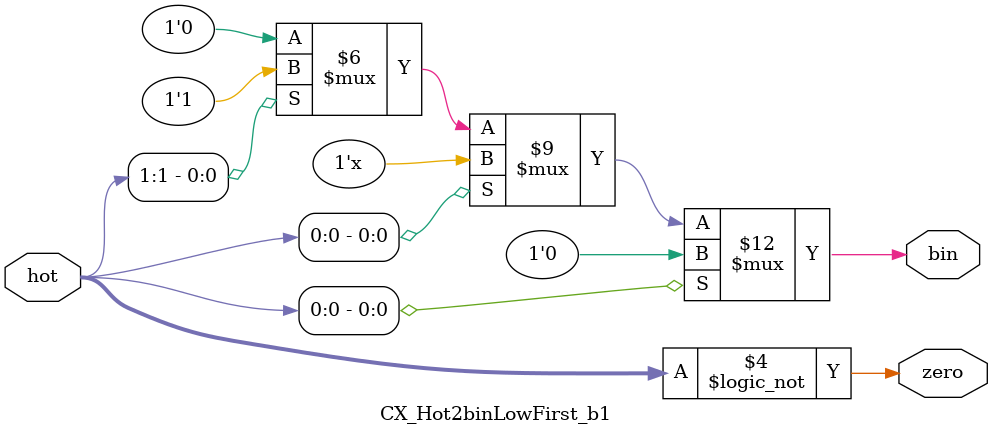
<source format=v>



module RoundrobinTree_u0_h2_h4_h8 (
  output wire [5:0]    bin,
  input  wire          S_0_valid,
  output wire          S_0_ready,
  input  wire          S_1_valid,
  output wire          S_1_ready,
  input  wire          S_2_valid,
  output wire          S_2_ready,
  input  wire          S_3_valid,
  output wire          S_3_ready,
  input  wire          S_4_valid,
  output wire          S_4_ready,
  input  wire          S_5_valid,
  output wire          S_5_ready,
  input  wire          S_6_valid,
  output wire          S_6_ready,
  input  wire          S_7_valid,
  output wire          S_7_ready,
  input  wire          S_8_valid,
  output wire          S_8_ready,
  input  wire          S_9_valid,
  output wire          S_9_ready,
  input  wire          S_10_valid,
  output wire          S_10_ready,
  input  wire          S_11_valid,
  output wire          S_11_ready,
  input  wire          S_12_valid,
  output wire          S_12_ready,
  input  wire          S_13_valid,
  output wire          S_13_ready,
  input  wire          S_14_valid,
  output wire          S_14_ready,
  input  wire          S_15_valid,
  output wire          S_15_ready,
  input  wire          S_16_valid,
  output wire          S_16_ready,
  input  wire          S_17_valid,
  output wire          S_17_ready,
  input  wire          S_18_valid,
  output wire          S_18_ready,
  input  wire          S_19_valid,
  output wire          S_19_ready,
  input  wire          S_20_valid,
  output wire          S_20_ready,
  input  wire          S_21_valid,
  output wire          S_21_ready,
  input  wire          S_22_valid,
  output wire          S_22_ready,
  input  wire          S_23_valid,
  output wire          S_23_ready,
  input  wire          S_24_valid,
  output wire          S_24_ready,
  input  wire          S_25_valid,
  output wire          S_25_ready,
  input  wire          S_26_valid,
  output wire          S_26_ready,
  input  wire          S_27_valid,
  output wire          S_27_ready,
  input  wire          S_28_valid,
  output wire          S_28_ready,
  input  wire          S_29_valid,
  output wire          S_29_ready,
  input  wire          S_30_valid,
  output wire          S_30_ready,
  input  wire          S_31_valid,
  output wire          S_31_ready,
  input  wire          S_32_valid,
  output wire          S_32_ready,
  input  wire          S_33_valid,
  output wire          S_33_ready,
  input  wire          S_34_valid,
  output wire          S_34_ready,
  input  wire          S_35_valid,
  output wire          S_35_ready,
  input  wire          S_36_valid,
  output wire          S_36_ready,
  input  wire          S_37_valid,
  output wire          S_37_ready,
  input  wire          S_38_valid,
  output wire          S_38_ready,
  input  wire          S_39_valid,
  output wire          S_39_ready,
  input  wire          S_40_valid,
  output wire          S_40_ready,
  input  wire          S_41_valid,
  output wire          S_41_ready,
  input  wire          S_42_valid,
  output wire          S_42_ready,
  input  wire          S_43_valid,
  output wire          S_43_ready,
  input  wire          S_44_valid,
  output wire          S_44_ready,
  input  wire          S_45_valid,
  output wire          S_45_ready,
  input  wire          S_46_valid,
  output wire          S_46_ready,
  input  wire          S_47_valid,
  output wire          S_47_ready,
  input  wire          S_48_valid,
  output wire          S_48_ready,
  input  wire          S_49_valid,
  output wire          S_49_ready,
  input  wire          S_50_valid,
  output wire          S_50_ready,
  input  wire          S_51_valid,
  output wire          S_51_ready,
  input  wire          S_52_valid,
  output wire          S_52_ready,
  input  wire          S_53_valid,
  output wire          S_53_ready,
  input  wire          S_54_valid,
  output wire          S_54_ready,
  input  wire          S_55_valid,
  output wire          S_55_ready,
  input  wire          S_56_valid,
  output wire          S_56_ready,
  input  wire          S_57_valid,
  output wire          S_57_ready,
  input  wire          S_58_valid,
  output wire          S_58_ready,
  input  wire          S_59_valid,
  output wire          S_59_ready,
  input  wire          S_60_valid,
  output wire          S_60_ready,
  input  wire          S_61_valid,
  output wire          S_61_ready,
  input  wire          S_62_valid,
  output wire          S_62_ready,
  input  wire          S_63_valid,
  output wire          S_63_ready,
  output wire          M_valid,
  input  wire          M_ready,
  input  wire          clk,
  input  wire          reset
);

  wire       [4:0]    rr_0_0_S_0_payload;
  wire       [4:0]    rr_0_0_S_1_payload;
  wire       [2:0]    rr_1_0_S_0_payload;
  wire       [2:0]    rr_1_0_S_1_payload;
  wire       [2:0]    rr_1_0_S_2_payload;
  wire       [2:0]    rr_1_0_S_3_payload;
  wire       [2:0]    rr_1_1_S_0_payload;
  wire       [2:0]    rr_1_1_S_1_payload;
  wire       [2:0]    rr_1_1_S_2_payload;
  wire       [2:0]    rr_1_1_S_3_payload;
  wire       [0:0]    rr_0_0_bin;
  wire                rr_0_0_S_0_ready;
  wire                rr_0_0_S_1_ready;
  wire                rr_0_0_M_valid;
  wire       [4:0]    rr_0_0_M_payload;
  wire       [1:0]    rr_1_0_bin;
  wire                rr_1_0_S_0_ready;
  wire                rr_1_0_S_1_ready;
  wire                rr_1_0_S_2_ready;
  wire                rr_1_0_S_3_ready;
  wire                rr_1_0_M_valid;
  wire       [2:0]    rr_1_0_M_payload;
  wire       [1:0]    rr_1_1_bin;
  wire                rr_1_1_S_0_ready;
  wire                rr_1_1_S_1_ready;
  wire                rr_1_1_S_2_ready;
  wire                rr_1_1_S_3_ready;
  wire                rr_1_1_M_valid;
  wire       [2:0]    rr_1_1_M_payload;
  wire       [2:0]    rr_2_0_bin;
  wire                rr_2_0_S_0_ready;
  wire                rr_2_0_S_1_ready;
  wire                rr_2_0_S_2_ready;
  wire                rr_2_0_S_3_ready;
  wire                rr_2_0_S_4_ready;
  wire                rr_2_0_S_5_ready;
  wire                rr_2_0_S_6_ready;
  wire                rr_2_0_S_7_ready;
  wire                rr_2_0_M_valid;
  wire       [2:0]    rr_2_1_bin;
  wire                rr_2_1_S_0_ready;
  wire                rr_2_1_S_1_ready;
  wire                rr_2_1_S_2_ready;
  wire                rr_2_1_S_3_ready;
  wire                rr_2_1_S_4_ready;
  wire                rr_2_1_S_5_ready;
  wire                rr_2_1_S_6_ready;
  wire                rr_2_1_S_7_ready;
  wire                rr_2_1_M_valid;
  wire       [2:0]    rr_2_2_bin;
  wire                rr_2_2_S_0_ready;
  wire                rr_2_2_S_1_ready;
  wire                rr_2_2_S_2_ready;
  wire                rr_2_2_S_3_ready;
  wire                rr_2_2_S_4_ready;
  wire                rr_2_2_S_5_ready;
  wire                rr_2_2_S_6_ready;
  wire                rr_2_2_S_7_ready;
  wire                rr_2_2_M_valid;
  wire       [2:0]    rr_2_3_bin;
  wire                rr_2_3_S_0_ready;
  wire                rr_2_3_S_1_ready;
  wire                rr_2_3_S_2_ready;
  wire                rr_2_3_S_3_ready;
  wire                rr_2_3_S_4_ready;
  wire                rr_2_3_S_5_ready;
  wire                rr_2_3_S_6_ready;
  wire                rr_2_3_S_7_ready;
  wire                rr_2_3_M_valid;
  wire       [2:0]    rr_2_4_bin;
  wire                rr_2_4_S_0_ready;
  wire                rr_2_4_S_1_ready;
  wire                rr_2_4_S_2_ready;
  wire                rr_2_4_S_3_ready;
  wire                rr_2_4_S_4_ready;
  wire                rr_2_4_S_5_ready;
  wire                rr_2_4_S_6_ready;
  wire                rr_2_4_S_7_ready;
  wire                rr_2_4_M_valid;
  wire       [2:0]    rr_2_5_bin;
  wire                rr_2_5_S_0_ready;
  wire                rr_2_5_S_1_ready;
  wire                rr_2_5_S_2_ready;
  wire                rr_2_5_S_3_ready;
  wire                rr_2_5_S_4_ready;
  wire                rr_2_5_S_5_ready;
  wire                rr_2_5_S_6_ready;
  wire                rr_2_5_S_7_ready;
  wire                rr_2_5_M_valid;
  wire       [2:0]    rr_2_6_bin;
  wire                rr_2_6_S_0_ready;
  wire                rr_2_6_S_1_ready;
  wire                rr_2_6_S_2_ready;
  wire                rr_2_6_S_3_ready;
  wire                rr_2_6_S_4_ready;
  wire                rr_2_6_S_5_ready;
  wire                rr_2_6_S_6_ready;
  wire                rr_2_6_S_7_ready;
  wire                rr_2_6_M_valid;
  wire       [2:0]    rr_2_7_bin;
  wire                rr_2_7_S_0_ready;
  wire                rr_2_7_S_1_ready;
  wire                rr_2_7_S_2_ready;
  wire                rr_2_7_S_3_ready;
  wire                rr_2_7_S_4_ready;
  wire                rr_2_7_S_5_ready;
  wire                rr_2_7_S_6_ready;
  wire                rr_2_7_S_7_ready;
  wire                rr_2_7_M_valid;

  CX_Roundrobin_u5_h2 rr_0_0 (
    .bin         (rr_0_0_bin             ), //o
    .S_0_valid   (rr_1_0_M_valid         ), //i
    .S_0_ready   (rr_0_0_S_0_ready       ), //o
    .S_0_payload (rr_0_0_S_0_payload[4:0]), //i
    .S_1_valid   (rr_1_1_M_valid         ), //i
    .S_1_ready   (rr_0_0_S_1_ready       ), //o
    .S_1_payload (rr_0_0_S_1_payload[4:0]), //i
    .M_valid     (rr_0_0_M_valid         ), //o
    .M_ready     (M_ready                ), //i
    .M_payload   (rr_0_0_M_payload[4:0]  ), //o
    .clk         (clk                    ), //i
    .reset       (reset                  )  //i
  );
  CX_Roundrobin_u3_h4 rr_1_0 (
    .bin         (rr_1_0_bin[1:0]        ), //o
    .S_0_valid   (rr_2_0_M_valid         ), //i
    .S_0_ready   (rr_1_0_S_0_ready       ), //o
    .S_0_payload (rr_1_0_S_0_payload[2:0]), //i
    .S_1_valid   (rr_2_1_M_valid         ), //i
    .S_1_ready   (rr_1_0_S_1_ready       ), //o
    .S_1_payload (rr_1_0_S_1_payload[2:0]), //i
    .S_2_valid   (rr_2_2_M_valid         ), //i
    .S_2_ready   (rr_1_0_S_2_ready       ), //o
    .S_2_payload (rr_1_0_S_2_payload[2:0]), //i
    .S_3_valid   (rr_2_3_M_valid         ), //i
    .S_3_ready   (rr_1_0_S_3_ready       ), //o
    .S_3_payload (rr_1_0_S_3_payload[2:0]), //i
    .M_valid     (rr_1_0_M_valid         ), //o
    .M_ready     (rr_0_0_S_0_ready       ), //i
    .M_payload   (rr_1_0_M_payload[2:0]  ), //o
    .clk         (clk                    ), //i
    .reset       (reset                  )  //i
  );
  CX_Roundrobin_u3_h4 rr_1_1 (
    .bin         (rr_1_1_bin[1:0]        ), //o
    .S_0_valid   (rr_2_4_M_valid         ), //i
    .S_0_ready   (rr_1_1_S_0_ready       ), //o
    .S_0_payload (rr_1_1_S_0_payload[2:0]), //i
    .S_1_valid   (rr_2_5_M_valid         ), //i
    .S_1_ready   (rr_1_1_S_1_ready       ), //o
    .S_1_payload (rr_1_1_S_1_payload[2:0]), //i
    .S_2_valid   (rr_2_6_M_valid         ), //i
    .S_2_ready   (rr_1_1_S_2_ready       ), //o
    .S_2_payload (rr_1_1_S_2_payload[2:0]), //i
    .S_3_valid   (rr_2_7_M_valid         ), //i
    .S_3_ready   (rr_1_1_S_3_ready       ), //o
    .S_3_payload (rr_1_1_S_3_payload[2:0]), //i
    .M_valid     (rr_1_1_M_valid         ), //o
    .M_ready     (rr_0_0_S_1_ready       ), //i
    .M_payload   (rr_1_1_M_payload[2:0]  ), //o
    .clk         (clk                    ), //i
    .reset       (reset                  )  //i
  );
  CX_Roundrobin_u0_h8 rr_2_0 (
    .bin       (rr_2_0_bin[2:0] ), //o
    .S_0_valid (S_0_valid       ), //i
    .S_0_ready (rr_2_0_S_0_ready), //o
    .S_1_valid (S_1_valid       ), //i
    .S_1_ready (rr_2_0_S_1_ready), //o
    .S_2_valid (S_2_valid       ), //i
    .S_2_ready (rr_2_0_S_2_ready), //o
    .S_3_valid (S_3_valid       ), //i
    .S_3_ready (rr_2_0_S_3_ready), //o
    .S_4_valid (S_4_valid       ), //i
    .S_4_ready (rr_2_0_S_4_ready), //o
    .S_5_valid (S_5_valid       ), //i
    .S_5_ready (rr_2_0_S_5_ready), //o
    .S_6_valid (S_6_valid       ), //i
    .S_6_ready (rr_2_0_S_6_ready), //o
    .S_7_valid (S_7_valid       ), //i
    .S_7_ready (rr_2_0_S_7_ready), //o
    .M_valid   (rr_2_0_M_valid  ), //o
    .M_ready   (rr_1_0_S_0_ready), //i
    .clk       (clk             ), //i
    .reset     (reset           )  //i
  );
  CX_Roundrobin_u0_h8 rr_2_1 (
    .bin       (rr_2_1_bin[2:0] ), //o
    .S_0_valid (S_8_valid       ), //i
    .S_0_ready (rr_2_1_S_0_ready), //o
    .S_1_valid (S_9_valid       ), //i
    .S_1_ready (rr_2_1_S_1_ready), //o
    .S_2_valid (S_10_valid      ), //i
    .S_2_ready (rr_2_1_S_2_ready), //o
    .S_3_valid (S_11_valid      ), //i
    .S_3_ready (rr_2_1_S_3_ready), //o
    .S_4_valid (S_12_valid      ), //i
    .S_4_ready (rr_2_1_S_4_ready), //o
    .S_5_valid (S_13_valid      ), //i
    .S_5_ready (rr_2_1_S_5_ready), //o
    .S_6_valid (S_14_valid      ), //i
    .S_6_ready (rr_2_1_S_6_ready), //o
    .S_7_valid (S_15_valid      ), //i
    .S_7_ready (rr_2_1_S_7_ready), //o
    .M_valid   (rr_2_1_M_valid  ), //o
    .M_ready   (rr_1_0_S_1_ready), //i
    .clk       (clk             ), //i
    .reset     (reset           )  //i
  );
  CX_Roundrobin_u0_h8 rr_2_2 (
    .bin       (rr_2_2_bin[2:0] ), //o
    .S_0_valid (S_16_valid      ), //i
    .S_0_ready (rr_2_2_S_0_ready), //o
    .S_1_valid (S_17_valid      ), //i
    .S_1_ready (rr_2_2_S_1_ready), //o
    .S_2_valid (S_18_valid      ), //i
    .S_2_ready (rr_2_2_S_2_ready), //o
    .S_3_valid (S_19_valid      ), //i
    .S_3_ready (rr_2_2_S_3_ready), //o
    .S_4_valid (S_20_valid      ), //i
    .S_4_ready (rr_2_2_S_4_ready), //o
    .S_5_valid (S_21_valid      ), //i
    .S_5_ready (rr_2_2_S_5_ready), //o
    .S_6_valid (S_22_valid      ), //i
    .S_6_ready (rr_2_2_S_6_ready), //o
    .S_7_valid (S_23_valid      ), //i
    .S_7_ready (rr_2_2_S_7_ready), //o
    .M_valid   (rr_2_2_M_valid  ), //o
    .M_ready   (rr_1_0_S_2_ready), //i
    .clk       (clk             ), //i
    .reset     (reset           )  //i
  );
  CX_Roundrobin_u0_h8 rr_2_3 (
    .bin       (rr_2_3_bin[2:0] ), //o
    .S_0_valid (S_24_valid      ), //i
    .S_0_ready (rr_2_3_S_0_ready), //o
    .S_1_valid (S_25_valid      ), //i
    .S_1_ready (rr_2_3_S_1_ready), //o
    .S_2_valid (S_26_valid      ), //i
    .S_2_ready (rr_2_3_S_2_ready), //o
    .S_3_valid (S_27_valid      ), //i
    .S_3_ready (rr_2_3_S_3_ready), //o
    .S_4_valid (S_28_valid      ), //i
    .S_4_ready (rr_2_3_S_4_ready), //o
    .S_5_valid (S_29_valid      ), //i
    .S_5_ready (rr_2_3_S_5_ready), //o
    .S_6_valid (S_30_valid      ), //i
    .S_6_ready (rr_2_3_S_6_ready), //o
    .S_7_valid (S_31_valid      ), //i
    .S_7_ready (rr_2_3_S_7_ready), //o
    .M_valid   (rr_2_3_M_valid  ), //o
    .M_ready   (rr_1_0_S_3_ready), //i
    .clk       (clk             ), //i
    .reset     (reset           )  //i
  );
  CX_Roundrobin_u0_h8 rr_2_4 (
    .bin       (rr_2_4_bin[2:0] ), //o
    .S_0_valid (S_32_valid      ), //i
    .S_0_ready (rr_2_4_S_0_ready), //o
    .S_1_valid (S_33_valid      ), //i
    .S_1_ready (rr_2_4_S_1_ready), //o
    .S_2_valid (S_34_valid      ), //i
    .S_2_ready (rr_2_4_S_2_ready), //o
    .S_3_valid (S_35_valid      ), //i
    .S_3_ready (rr_2_4_S_3_ready), //o
    .S_4_valid (S_36_valid      ), //i
    .S_4_ready (rr_2_4_S_4_ready), //o
    .S_5_valid (S_37_valid      ), //i
    .S_5_ready (rr_2_4_S_5_ready), //o
    .S_6_valid (S_38_valid      ), //i
    .S_6_ready (rr_2_4_S_6_ready), //o
    .S_7_valid (S_39_valid      ), //i
    .S_7_ready (rr_2_4_S_7_ready), //o
    .M_valid   (rr_2_4_M_valid  ), //o
    .M_ready   (rr_1_1_S_0_ready), //i
    .clk       (clk             ), //i
    .reset     (reset           )  //i
  );
  CX_Roundrobin_u0_h8 rr_2_5 (
    .bin       (rr_2_5_bin[2:0] ), //o
    .S_0_valid (S_40_valid      ), //i
    .S_0_ready (rr_2_5_S_0_ready), //o
    .S_1_valid (S_41_valid      ), //i
    .S_1_ready (rr_2_5_S_1_ready), //o
    .S_2_valid (S_42_valid      ), //i
    .S_2_ready (rr_2_5_S_2_ready), //o
    .S_3_valid (S_43_valid      ), //i
    .S_3_ready (rr_2_5_S_3_ready), //o
    .S_4_valid (S_44_valid      ), //i
    .S_4_ready (rr_2_5_S_4_ready), //o
    .S_5_valid (S_45_valid      ), //i
    .S_5_ready (rr_2_5_S_5_ready), //o
    .S_6_valid (S_46_valid      ), //i
    .S_6_ready (rr_2_5_S_6_ready), //o
    .S_7_valid (S_47_valid      ), //i
    .S_7_ready (rr_2_5_S_7_ready), //o
    .M_valid   (rr_2_5_M_valid  ), //o
    .M_ready   (rr_1_1_S_1_ready), //i
    .clk       (clk             ), //i
    .reset     (reset           )  //i
  );
  CX_Roundrobin_u0_h8 rr_2_6 (
    .bin       (rr_2_6_bin[2:0] ), //o
    .S_0_valid (S_48_valid      ), //i
    .S_0_ready (rr_2_6_S_0_ready), //o
    .S_1_valid (S_49_valid      ), //i
    .S_1_ready (rr_2_6_S_1_ready), //o
    .S_2_valid (S_50_valid      ), //i
    .S_2_ready (rr_2_6_S_2_ready), //o
    .S_3_valid (S_51_valid      ), //i
    .S_3_ready (rr_2_6_S_3_ready), //o
    .S_4_valid (S_52_valid      ), //i
    .S_4_ready (rr_2_6_S_4_ready), //o
    .S_5_valid (S_53_valid      ), //i
    .S_5_ready (rr_2_6_S_5_ready), //o
    .S_6_valid (S_54_valid      ), //i
    .S_6_ready (rr_2_6_S_6_ready), //o
    .S_7_valid (S_55_valid      ), //i
    .S_7_ready (rr_2_6_S_7_ready), //o
    .M_valid   (rr_2_6_M_valid  ), //o
    .M_ready   (rr_1_1_S_2_ready), //i
    .clk       (clk             ), //i
    .reset     (reset           )  //i
  );
  CX_Roundrobin_u0_h8 rr_2_7 (
    .bin       (rr_2_7_bin[2:0] ), //o
    .S_0_valid (S_56_valid      ), //i
    .S_0_ready (rr_2_7_S_0_ready), //o
    .S_1_valid (S_57_valid      ), //i
    .S_1_ready (rr_2_7_S_1_ready), //o
    .S_2_valid (S_58_valid      ), //i
    .S_2_ready (rr_2_7_S_2_ready), //o
    .S_3_valid (S_59_valid      ), //i
    .S_3_ready (rr_2_7_S_3_ready), //o
    .S_4_valid (S_60_valid      ), //i
    .S_4_ready (rr_2_7_S_4_ready), //o
    .S_5_valid (S_61_valid      ), //i
    .S_5_ready (rr_2_7_S_5_ready), //o
    .S_6_valid (S_62_valid      ), //i
    .S_6_ready (rr_2_7_S_6_ready), //o
    .S_7_valid (S_63_valid      ), //i
    .S_7_ready (rr_2_7_S_7_ready), //o
    .M_valid   (rr_2_7_M_valid  ), //o
    .M_ready   (rr_1_1_S_3_ready), //i
    .clk       (clk             ), //i
    .reset     (reset           )  //i
  );
  assign rr_0_0_S_0_payload = {rr_1_0_bin,rr_1_0_M_payload};
  assign rr_0_0_S_1_payload = {rr_1_1_bin,rr_1_1_M_payload};
  assign rr_1_0_S_0_payload = rr_2_0_bin;
  assign rr_1_0_S_1_payload = rr_2_1_bin;
  assign rr_1_0_S_2_payload = rr_2_2_bin;
  assign rr_1_0_S_3_payload = rr_2_3_bin;
  assign rr_1_1_S_0_payload = rr_2_4_bin;
  assign rr_1_1_S_1_payload = rr_2_5_bin;
  assign rr_1_1_S_2_payload = rr_2_6_bin;
  assign rr_1_1_S_3_payload = rr_2_7_bin;
  assign S_0_ready = rr_2_0_S_0_ready;
  assign S_1_ready = rr_2_0_S_1_ready;
  assign S_2_ready = rr_2_0_S_2_ready;
  assign S_3_ready = rr_2_0_S_3_ready;
  assign S_4_ready = rr_2_0_S_4_ready;
  assign S_5_ready = rr_2_0_S_5_ready;
  assign S_6_ready = rr_2_0_S_6_ready;
  assign S_7_ready = rr_2_0_S_7_ready;
  assign S_8_ready = rr_2_1_S_0_ready;
  assign S_9_ready = rr_2_1_S_1_ready;
  assign S_10_ready = rr_2_1_S_2_ready;
  assign S_11_ready = rr_2_1_S_3_ready;
  assign S_12_ready = rr_2_1_S_4_ready;
  assign S_13_ready = rr_2_1_S_5_ready;
  assign S_14_ready = rr_2_1_S_6_ready;
  assign S_15_ready = rr_2_1_S_7_ready;
  assign S_16_ready = rr_2_2_S_0_ready;
  assign S_17_ready = rr_2_2_S_1_ready;
  assign S_18_ready = rr_2_2_S_2_ready;
  assign S_19_ready = rr_2_2_S_3_ready;
  assign S_20_ready = rr_2_2_S_4_ready;
  assign S_21_ready = rr_2_2_S_5_ready;
  assign S_22_ready = rr_2_2_S_6_ready;
  assign S_23_ready = rr_2_2_S_7_ready;
  assign S_24_ready = rr_2_3_S_0_ready;
  assign S_25_ready = rr_2_3_S_1_ready;
  assign S_26_ready = rr_2_3_S_2_ready;
  assign S_27_ready = rr_2_3_S_3_ready;
  assign S_28_ready = rr_2_3_S_4_ready;
  assign S_29_ready = rr_2_3_S_5_ready;
  assign S_30_ready = rr_2_3_S_6_ready;
  assign S_31_ready = rr_2_3_S_7_ready;
  assign S_32_ready = rr_2_4_S_0_ready;
  assign S_33_ready = rr_2_4_S_1_ready;
  assign S_34_ready = rr_2_4_S_2_ready;
  assign S_35_ready = rr_2_4_S_3_ready;
  assign S_36_ready = rr_2_4_S_4_ready;
  assign S_37_ready = rr_2_4_S_5_ready;
  assign S_38_ready = rr_2_4_S_6_ready;
  assign S_39_ready = rr_2_4_S_7_ready;
  assign S_40_ready = rr_2_5_S_0_ready;
  assign S_41_ready = rr_2_5_S_1_ready;
  assign S_42_ready = rr_2_5_S_2_ready;
  assign S_43_ready = rr_2_5_S_3_ready;
  assign S_44_ready = rr_2_5_S_4_ready;
  assign S_45_ready = rr_2_5_S_5_ready;
  assign S_46_ready = rr_2_5_S_6_ready;
  assign S_47_ready = rr_2_5_S_7_ready;
  assign S_48_ready = rr_2_6_S_0_ready;
  assign S_49_ready = rr_2_6_S_1_ready;
  assign S_50_ready = rr_2_6_S_2_ready;
  assign S_51_ready = rr_2_6_S_3_ready;
  assign S_52_ready = rr_2_6_S_4_ready;
  assign S_53_ready = rr_2_6_S_5_ready;
  assign S_54_ready = rr_2_6_S_6_ready;
  assign S_55_ready = rr_2_6_S_7_ready;
  assign S_56_ready = rr_2_7_S_0_ready;
  assign S_57_ready = rr_2_7_S_1_ready;
  assign S_58_ready = rr_2_7_S_2_ready;
  assign S_59_ready = rr_2_7_S_3_ready;
  assign S_60_ready = rr_2_7_S_4_ready;
  assign S_61_ready = rr_2_7_S_5_ready;
  assign S_62_ready = rr_2_7_S_6_ready;
  assign S_63_ready = rr_2_7_S_7_ready;
  assign M_valid = rr_0_0_M_valid;
  assign bin = {rr_0_0_bin,rr_0_0_M_payload};

endmodule

//CX_Roundrobin_u0_h8 replaced by CX_Roundrobin_u0_h8

//CX_Roundrobin_u0_h8 replaced by CX_Roundrobin_u0_h8

//CX_Roundrobin_u0_h8 replaced by CX_Roundrobin_u0_h8

//CX_Roundrobin_u0_h8 replaced by CX_Roundrobin_u0_h8

//CX_Roundrobin_u0_h8 replaced by CX_Roundrobin_u0_h8

//CX_Roundrobin_u0_h8 replaced by CX_Roundrobin_u0_h8

//CX_Roundrobin_u0_h8 replaced by CX_Roundrobin_u0_h8

module CX_Roundrobin_u0_h8 (
  output wire [2:0]    bin,
  input  wire          S_0_valid,
  output reg           S_0_ready,
  input  wire          S_1_valid,
  output reg           S_1_ready,
  input  wire          S_2_valid,
  output reg           S_2_ready,
  input  wire          S_3_valid,
  output reg           S_3_ready,
  input  wire          S_4_valid,
  output reg           S_4_ready,
  input  wire          S_5_valid,
  output reg           S_5_ready,
  input  wire          S_6_valid,
  output reg           S_6_ready,
  input  wire          S_7_valid,
  output reg           S_7_ready,
  output wire          M_valid,
  input  wire          M_ready,
  input  wire          clk,
  input  wire          reset
);

  wire       [7:0]    hotHigh_hot;
  wire       [7:0]    hotLow_hot;
  wire       [2:0]    hotHigh_bin;
  wire                hotHigh_zero;
  wire       [2:0]    hotLow_bin;
  wire                hotLow_zero;
  wire       [7:0]    _zz_maskHigh;
  wire       [7:0]    maskHigh;
  reg        [7:0]    maskLow;
  reg        [7:0]    req;
  wire       [7:0]    _zz_1;
  wire                _zz_S_0_ready;
  wire                rdy;
  wire                vld;
  wire       [2:0]    nx;
  reg                 vld_regNextWhen;
  reg        [2:0]    nx_regNextWhen;

  assign _zz_maskHigh = ((~ 8'h0) <<< bin);
  CX_Hot2binLowFirst_b3 hotHigh (
    .hot  (hotHigh_hot[7:0]), //i
    .bin  (hotHigh_bin[2:0]), //o
    .zero (hotHigh_zero    )  //o
  );
  CX_Hot2binLowFirst_b3 hotLow (
    .hot  (hotLow_hot[7:0]), //i
    .bin  (hotLow_bin[2:0]), //o
    .zero (hotLow_zero    )  //o
  );
  assign maskHigh = (_zz_maskHigh <<< 1);
  always @(*) begin
    maskLow = (~ maskHigh);
    maskLow[bin] = (! M_valid);
  end

  always @(*) begin
    req[0] = S_0_valid;
    req[1] = S_1_valid;
    req[2] = S_2_valid;
    req[3] = S_3_valid;
    req[4] = S_4_valid;
    req[5] = S_5_valid;
    req[6] = S_6_valid;
    req[7] = S_7_valid;
  end

  always @(*) begin
    S_0_ready = 1'b0;
    if(_zz_1[0]) begin
      S_0_ready = _zz_S_0_ready;
    end
  end

  always @(*) begin
    S_1_ready = 1'b0;
    if(_zz_1[1]) begin
      S_1_ready = _zz_S_0_ready;
    end
  end

  always @(*) begin
    S_2_ready = 1'b0;
    if(_zz_1[2]) begin
      S_2_ready = _zz_S_0_ready;
    end
  end

  always @(*) begin
    S_3_ready = 1'b0;
    if(_zz_1[3]) begin
      S_3_ready = _zz_S_0_ready;
    end
  end

  always @(*) begin
    S_4_ready = 1'b0;
    if(_zz_1[4]) begin
      S_4_ready = _zz_S_0_ready;
    end
  end

  always @(*) begin
    S_5_ready = 1'b0;
    if(_zz_1[5]) begin
      S_5_ready = _zz_S_0_ready;
    end
  end

  always @(*) begin
    S_6_ready = 1'b0;
    if(_zz_1[6]) begin
      S_6_ready = _zz_S_0_ready;
    end
  end

  always @(*) begin
    S_7_ready = 1'b0;
    if(_zz_1[7]) begin
      S_7_ready = _zz_S_0_ready;
    end
  end

  assign _zz_1 = ({7'd0,1'b1} <<< bin);
  assign _zz_S_0_ready = (M_ready && M_valid);
  assign hotHigh_hot = (req & maskHigh);
  assign hotLow_hot = (req & maskLow);
  assign rdy = ((! M_valid) || M_ready);
  assign vld = ((! hotHigh_zero) || (! hotLow_zero));
  assign nx = (hotHigh_zero ? hotLow_bin : hotHigh_bin);
  assign M_valid = vld_regNextWhen;
  assign bin = nx_regNextWhen;
  always @(posedge clk or posedge reset) begin
    if(reset) begin
      vld_regNextWhen <= 1'b0;
    end else begin
      if(rdy) begin
        vld_regNextWhen <= vld;
      end
    end
  end

  always @(posedge clk) begin
    if((rdy && vld)) begin
      nx_regNextWhen <= nx;
    end
  end


endmodule

//CX_Roundrobin_u3_h4 replaced by CX_Roundrobin_u3_h4

module CX_Roundrobin_u3_h4 (
  output wire [1:0]    bin,
  input  wire          S_0_valid,
  output reg           S_0_ready,
  input  wire [2:0]    S_0_payload,
  input  wire          S_1_valid,
  output reg           S_1_ready,
  input  wire [2:0]    S_1_payload,
  input  wire          S_2_valid,
  output reg           S_2_ready,
  input  wire [2:0]    S_2_payload,
  input  wire          S_3_valid,
  output reg           S_3_ready,
  input  wire [2:0]    S_3_payload,
  output wire          M_valid,
  input  wire          M_ready,
  output wire [2:0]    M_payload,
  input  wire          clk,
  input  wire          reset
);

  wire       [3:0]    hotHigh_hot;
  wire       [3:0]    hotLow_hot;
  wire       [1:0]    hotHigh_bin;
  wire                hotHigh_zero;
  wire       [1:0]    hotLow_bin;
  wire                hotLow_zero;
  wire       [3:0]    _zz_maskHigh;
  reg        [2:0]    _zz__zz_M_payload;
  wire       [3:0]    maskHigh;
  reg        [3:0]    maskLow;
  reg        [3:0]    req;
  wire       [3:0]    _zz_1;
  wire                _zz_S_0_ready;
  wire                rdy;
  wire                vld;
  wire       [1:0]    nx;
  reg                 vld_regNextWhen;
  reg        [2:0]    _zz_M_payload;
  reg        [1:0]    nx_regNextWhen;

  assign _zz_maskHigh = ((~ 4'b0000) <<< bin);
  CX_Hot2binLowFirst_b2 hotHigh (
    .hot  (hotHigh_hot[3:0]), //i
    .bin  (hotHigh_bin[1:0]), //o
    .zero (hotHigh_zero    )  //o
  );
  CX_Hot2binLowFirst_b2 hotLow (
    .hot  (hotLow_hot[3:0]), //i
    .bin  (hotLow_bin[1:0]), //o
    .zero (hotLow_zero    )  //o
  );
  always @(*) begin
    case(nx)
      2'b00 : _zz__zz_M_payload = S_0_payload;
      2'b01 : _zz__zz_M_payload = S_1_payload;
      2'b10 : _zz__zz_M_payload = S_2_payload;
      default : _zz__zz_M_payload = S_3_payload;
    endcase
  end

  assign maskHigh = (_zz_maskHigh <<< 1);
  always @(*) begin
    maskLow = (~ maskHigh);
    maskLow[bin] = (! M_valid);
  end

  always @(*) begin
    req[0] = S_0_valid;
    req[1] = S_1_valid;
    req[2] = S_2_valid;
    req[3] = S_3_valid;
  end

  always @(*) begin
    S_0_ready = 1'b0;
    if(_zz_1[0]) begin
      S_0_ready = _zz_S_0_ready;
    end
  end

  always @(*) begin
    S_1_ready = 1'b0;
    if(_zz_1[1]) begin
      S_1_ready = _zz_S_0_ready;
    end
  end

  always @(*) begin
    S_2_ready = 1'b0;
    if(_zz_1[2]) begin
      S_2_ready = _zz_S_0_ready;
    end
  end

  always @(*) begin
    S_3_ready = 1'b0;
    if(_zz_1[3]) begin
      S_3_ready = _zz_S_0_ready;
    end
  end

  assign _zz_1 = ({3'd0,1'b1} <<< bin);
  assign _zz_S_0_ready = (M_ready && M_valid);
  assign hotHigh_hot = (req & maskHigh);
  assign hotLow_hot = (req & maskLow);
  assign rdy = ((! M_valid) || M_ready);
  assign vld = ((! hotHigh_zero) || (! hotLow_zero));
  assign nx = (hotHigh_zero ? hotLow_bin : hotHigh_bin);
  assign M_valid = vld_regNextWhen;
  assign M_payload = _zz_M_payload;
  assign bin = nx_regNextWhen;
  always @(posedge clk or posedge reset) begin
    if(reset) begin
      vld_regNextWhen <= 1'b0;
      _zz_M_payload <= 3'b000;
    end else begin
      if(rdy) begin
        vld_regNextWhen <= vld;
      end
      if((rdy && vld)) begin
        _zz_M_payload <= _zz__zz_M_payload;
      end
    end
  end

  always @(posedge clk) begin
    if((rdy && vld)) begin
      nx_regNextWhen <= nx;
    end
  end


endmodule

module CX_Roundrobin_u5_h2 (
  output wire [0:0]    bin,
  input  wire          S_0_valid,
  output reg           S_0_ready,
  input  wire [4:0]    S_0_payload,
  input  wire          S_1_valid,
  output reg           S_1_ready,
  input  wire [4:0]    S_1_payload,
  output wire          M_valid,
  input  wire          M_ready,
  output wire [4:0]    M_payload,
  input  wire          clk,
  input  wire          reset
);

  wire       [1:0]    hotHigh_hot;
  wire       [1:0]    hotLow_hot;
  wire       [0:0]    hotHigh_bin;
  wire                hotHigh_zero;
  wire       [0:0]    hotLow_bin;
  wire                hotLow_zero;
  wire       [1:0]    _zz_maskHigh;
  reg        [4:0]    _zz__zz_M_payload;
  wire       [1:0]    maskHigh;
  reg        [1:0]    maskLow;
  reg        [1:0]    req;
  wire       [1:0]    _zz_1;
  wire                _zz_S_0_ready;
  wire                rdy;
  wire                vld;
  wire       [0:0]    nx;
  reg                 vld_regNextWhen;
  reg        [4:0]    _zz_M_payload;
  reg        [0:0]    nx_regNextWhen;

  assign _zz_maskHigh = ((~ 2'b00) <<< bin);
  CX_Hot2binLowFirst_b1 hotHigh (
    .hot  (hotHigh_hot[1:0]), //i
    .bin  (hotHigh_bin     ), //o
    .zero (hotHigh_zero    )  //o
  );
  CX_Hot2binLowFirst_b1 hotLow (
    .hot  (hotLow_hot[1:0]), //i
    .bin  (hotLow_bin     ), //o
    .zero (hotLow_zero    )  //o
  );
  always @(*) begin
    case(nx)
      1'b0 : _zz__zz_M_payload = S_0_payload;
      default : _zz__zz_M_payload = S_1_payload;
    endcase
  end

  assign maskHigh = (_zz_maskHigh <<< 1);
  always @(*) begin
    maskLow = (~ maskHigh);
    maskLow[bin] = (! M_valid);
  end

  always @(*) begin
    req[0] = S_0_valid;
    req[1] = S_1_valid;
  end

  always @(*) begin
    S_0_ready = 1'b0;
    if(_zz_1[0]) begin
      S_0_ready = _zz_S_0_ready;
    end
  end

  always @(*) begin
    S_1_ready = 1'b0;
    if(_zz_1[1]) begin
      S_1_ready = _zz_S_0_ready;
    end
  end

  assign _zz_1 = ({1'd0,1'b1} <<< bin);
  assign _zz_S_0_ready = (M_ready && M_valid);
  assign hotHigh_hot = (req & maskHigh);
  assign hotLow_hot = (req & maskLow);
  assign rdy = ((! M_valid) || M_ready);
  assign vld = ((! hotHigh_zero) || (! hotLow_zero));
  assign nx = (hotHigh_zero ? hotLow_bin : hotHigh_bin);
  assign M_valid = vld_regNextWhen;
  assign M_payload = _zz_M_payload;
  assign bin = nx_regNextWhen;
  always @(posedge clk or posedge reset) begin
    if(reset) begin
      vld_regNextWhen <= 1'b0;
      _zz_M_payload <= 5'h0;
    end else begin
      if(rdy) begin
        vld_regNextWhen <= vld;
      end
      if((rdy && vld)) begin
        _zz_M_payload <= _zz__zz_M_payload;
      end
    end
  end

  always @(posedge clk) begin
    if((rdy && vld)) begin
      nx_regNextWhen <= nx;
    end
  end


endmodule

//CX_Hot2binLowFirst_b3 replaced by CX_Hot2binLowFirst_b3

//CX_Hot2binLowFirst_b3 replaced by CX_Hot2binLowFirst_b3

//CX_Hot2binLowFirst_b3 replaced by CX_Hot2binLowFirst_b3

//CX_Hot2binLowFirst_b3 replaced by CX_Hot2binLowFirst_b3

//CX_Hot2binLowFirst_b3 replaced by CX_Hot2binLowFirst_b3

//CX_Hot2binLowFirst_b3 replaced by CX_Hot2binLowFirst_b3

//CX_Hot2binLowFirst_b3 replaced by CX_Hot2binLowFirst_b3

//CX_Hot2binLowFirst_b3 replaced by CX_Hot2binLowFirst_b3

//CX_Hot2binLowFirst_b3 replaced by CX_Hot2binLowFirst_b3

//CX_Hot2binLowFirst_b3 replaced by CX_Hot2binLowFirst_b3

//CX_Hot2binLowFirst_b3 replaced by CX_Hot2binLowFirst_b3

//CX_Hot2binLowFirst_b3 replaced by CX_Hot2binLowFirst_b3

//CX_Hot2binLowFirst_b3 replaced by CX_Hot2binLowFirst_b3

//CX_Hot2binLowFirst_b3 replaced by CX_Hot2binLowFirst_b3

//CX_Hot2binLowFirst_b3 replaced by CX_Hot2binLowFirst_b3

module CX_Hot2binLowFirst_b3 (
  input  wire [7:0]    hot,
  output reg  [2:0]    bin,
  output wire          zero
);


  always @(*) begin
    if((1'b1 == hot[0])) begin
        bin = 3'b000;
    end else if((1'b1 == hot[1])) begin
        bin = 3'b001;
    end else if((1'b1 == hot[2])) begin
        bin = 3'b010;
    end else if((1'b1 == hot[3])) begin
        bin = 3'b011;
    end else if((1'b1 == hot[4])) begin
        bin = 3'b100;
    end else if((1'b1 == hot[5])) begin
        bin = 3'b101;
    end else if((1'b1 == hot[6])) begin
        bin = 3'b110;
    end else if((1'b1 == hot[7])) begin
        bin = 3'b111;
    end else begin
        bin = 3'b000;
    end
  end

  assign zero = (hot == 8'h0);

endmodule

//CX_Hot2binLowFirst_b2 replaced by CX_Hot2binLowFirst_b2

//CX_Hot2binLowFirst_b2 replaced by CX_Hot2binLowFirst_b2

//CX_Hot2binLowFirst_b2 replaced by CX_Hot2binLowFirst_b2

module CX_Hot2binLowFirst_b2 (
  input  wire [3:0]    hot,
  output reg  [1:0]    bin,
  output wire          zero
);


  always @(*) begin
    if((1'b1 == hot[0])) begin
        bin = 2'b00;
    end else if((1'b1 == hot[1])) begin
        bin = 2'b01;
    end else if((1'b1 == hot[2])) begin
        bin = 2'b10;
    end else if((1'b1 == hot[3])) begin
        bin = 2'b11;
    end else begin
        bin = 2'b00;
    end
  end

  assign zero = (hot == 4'b0000);

endmodule

//CX_Hot2binLowFirst_b1 replaced by CX_Hot2binLowFirst_b1

module CX_Hot2binLowFirst_b1 (
  input  wire [1:0]    hot,
  output reg  [0:0]    bin,
  output wire          zero
);


  always @(*) begin
    if((1'b1 == hot[0])) begin
        bin = 1'b0;
    end else if((1'b1 == hot[1])) begin
        bin = 1'b1;
    end else begin
        bin = 1'b0;
    end
  end

  assign zero = (hot == 2'b00);

endmodule

</source>
